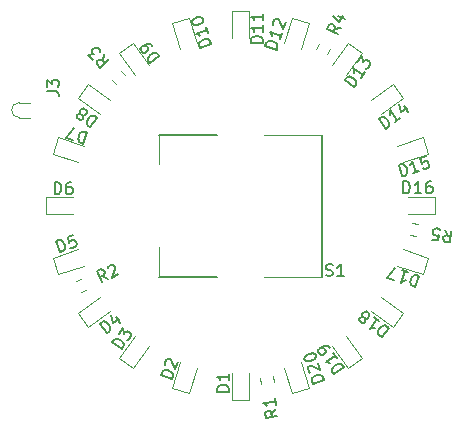
<source format=gto>
%TF.GenerationSoftware,KiCad,Pcbnew,6.0.9-8da3e8f707~116~ubuntu22.04.1*%
%TF.CreationDate,2022-11-15T19:10:22-05:00*%
%TF.ProjectId,kicad_circular_tracks_test,6b696361-645f-4636-9972-63756c61725f,rev?*%
%TF.SameCoordinates,Original*%
%TF.FileFunction,Legend,Top*%
%TF.FilePolarity,Positive*%
%FSLAX46Y46*%
G04 Gerber Fmt 4.6, Leading zero omitted, Abs format (unit mm)*
G04 Created by KiCad (PCBNEW 6.0.9-8da3e8f707~116~ubuntu22.04.1) date 2022-11-15 19:10:22*
%MOMM*%
%LPD*%
G01*
G04 APERTURE LIST*
%ADD10C,0.150000*%
%ADD11C,0.120000*%
%ADD12C,0.100000*%
G04 APERTURE END LIST*
D10*
%TO.C,D12*%
X153055004Y-86794647D02*
X152103948Y-86485630D01*
X152177523Y-86259188D01*
X152266957Y-86138038D01*
X152386964Y-86076891D01*
X152492256Y-86061033D01*
X152688125Y-86074605D01*
X152823990Y-86118751D01*
X152990428Y-86222899D01*
X153066290Y-86297618D01*
X153127437Y-86417625D01*
X153128580Y-86568205D01*
X153055004Y-86794647D01*
X153525887Y-85345418D02*
X153349306Y-85888879D01*
X153437597Y-85617149D02*
X152486540Y-85308132D01*
X152592975Y-85442854D01*
X152654122Y-85562861D01*
X152669980Y-85668153D01*
X152783129Y-84703524D02*
X152752555Y-84643521D01*
X152736697Y-84538229D01*
X152810272Y-84311787D01*
X152884991Y-84235925D01*
X152944995Y-84205352D01*
X153050286Y-84189494D01*
X153140863Y-84218924D01*
X153262013Y-84308357D01*
X153628893Y-85028399D01*
X153820189Y-84439650D01*
%TO.C,D1*%
X149022380Y-115738095D02*
X148022380Y-115738095D01*
X148022380Y-115500000D01*
X148070000Y-115357142D01*
X148165238Y-115261904D01*
X148260476Y-115214285D01*
X148450952Y-115166666D01*
X148593809Y-115166666D01*
X148784285Y-115214285D01*
X148879523Y-115261904D01*
X148974761Y-115357142D01*
X149022380Y-115500000D01*
X149022380Y-115738095D01*
X149022380Y-114214285D02*
X149022380Y-114785714D01*
X149022380Y-114500000D02*
X148022380Y-114500000D01*
X148165238Y-114595238D01*
X148260476Y-114690476D01*
X148308095Y-114785714D01*
%TO.C,D11*%
X151882380Y-86214285D02*
X150882380Y-86214285D01*
X150882380Y-85976190D01*
X150930000Y-85833333D01*
X151025238Y-85738095D01*
X151120476Y-85690476D01*
X151310952Y-85642857D01*
X151453809Y-85642857D01*
X151644285Y-85690476D01*
X151739523Y-85738095D01*
X151834761Y-85833333D01*
X151882380Y-85976190D01*
X151882380Y-86214285D01*
X151882380Y-84690476D02*
X151882380Y-85261904D01*
X151882380Y-84976190D02*
X150882380Y-84976190D01*
X151025238Y-85071428D01*
X151120476Y-85166666D01*
X151168095Y-85261904D01*
X151882380Y-83738095D02*
X151882380Y-84309523D01*
X151882380Y-84023809D02*
X150882380Y-84023809D01*
X151025238Y-84119047D01*
X151120476Y-84214285D01*
X151168095Y-84309523D01*
%TO.C,D7*%
X137017809Y-93802578D02*
X136708792Y-94753634D01*
X136482350Y-94680059D01*
X136361200Y-94590625D01*
X136300053Y-94470618D01*
X136284195Y-94365326D01*
X136297767Y-94169457D01*
X136341912Y-94033592D01*
X136446061Y-93867154D01*
X136520780Y-93791292D01*
X136640787Y-93730145D01*
X136791367Y-93729002D01*
X137017809Y-93802578D01*
X135848312Y-94474047D02*
X135214275Y-94268036D01*
X135930887Y-93449415D01*
%TO.C,D20*%
X157055474Y-114765060D02*
X156104418Y-115074077D01*
X156030842Y-114847635D01*
X156031985Y-114697055D01*
X156093132Y-114577048D01*
X156168994Y-114502329D01*
X156335432Y-114398181D01*
X156471297Y-114354035D01*
X156667166Y-114340463D01*
X156772458Y-114356322D01*
X156892465Y-114417468D01*
X156981899Y-114538618D01*
X157055474Y-114765060D01*
X155900693Y-114138879D02*
X155840689Y-114108306D01*
X155765971Y-114032444D01*
X155692395Y-113806002D01*
X155708253Y-113700710D01*
X155738827Y-113640707D01*
X155814688Y-113565988D01*
X155905265Y-113536558D01*
X156055845Y-113537701D01*
X156775887Y-113904581D01*
X156584591Y-113315831D01*
X155442238Y-113036099D02*
X155412808Y-112945522D01*
X155428667Y-112840230D01*
X155459240Y-112780227D01*
X155535102Y-112705508D01*
X155701540Y-112601360D01*
X155927982Y-112527784D01*
X156123851Y-112514212D01*
X156229143Y-112530070D01*
X156289146Y-112560644D01*
X156363865Y-112636505D01*
X156393295Y-112727082D01*
X156377437Y-112832374D01*
X156346863Y-112892378D01*
X156271002Y-112967096D01*
X156104563Y-113071245D01*
X155878121Y-113144820D01*
X155682252Y-113158392D01*
X155576961Y-113142534D01*
X155516957Y-113111961D01*
X155442238Y-113036099D01*
%TO.C,D18*%
X162543001Y-110321427D02*
X161955216Y-111130444D01*
X161762593Y-110990495D01*
X161675009Y-110868001D01*
X161653939Y-110734972D01*
X161671394Y-110629933D01*
X161744828Y-110447845D01*
X161828798Y-110332271D01*
X161979281Y-110206162D01*
X162073786Y-110157103D01*
X162206814Y-110136033D01*
X162350378Y-110181478D01*
X162543001Y-110321427D01*
X161310213Y-109425754D02*
X161772509Y-109761631D01*
X161541361Y-109593693D02*
X160953576Y-110402710D01*
X161114594Y-110343115D01*
X161247623Y-110322046D01*
X161352662Y-110339501D01*
X160512041Y-109552172D02*
X160561100Y-109646676D01*
X160571635Y-109713191D01*
X160554180Y-109818230D01*
X160526190Y-109856754D01*
X160431686Y-109905814D01*
X160365172Y-109916349D01*
X160260133Y-109898894D01*
X160106034Y-109786935D01*
X160056975Y-109692431D01*
X160046440Y-109625916D01*
X160063895Y-109520877D01*
X160091885Y-109482353D01*
X160186389Y-109433293D01*
X160252903Y-109422758D01*
X160357942Y-109440213D01*
X160512041Y-109552172D01*
X160617080Y-109569627D01*
X160683594Y-109559092D01*
X160778098Y-109510033D01*
X160890057Y-109355934D01*
X160907512Y-109250895D01*
X160896977Y-109184381D01*
X160847918Y-109089877D01*
X160693819Y-108977918D01*
X160588780Y-108960463D01*
X160522266Y-108970998D01*
X160427762Y-109020057D01*
X160315803Y-109174156D01*
X160298348Y-109279195D01*
X160308883Y-109345709D01*
X160357942Y-109440213D01*
%TO.C,D5*%
X134730081Y-103933566D02*
X134421064Y-102982510D01*
X134647506Y-102908934D01*
X134798086Y-102910077D01*
X134918093Y-102971224D01*
X134992812Y-103047086D01*
X135096960Y-103213524D01*
X135141106Y-103349390D01*
X135154678Y-103545258D01*
X135138819Y-103650550D01*
X135077673Y-103770557D01*
X134956523Y-103859991D01*
X134730081Y-103933566D01*
X135825004Y-102526342D02*
X135372120Y-102673493D01*
X135473983Y-103141092D01*
X135504556Y-103081088D01*
X135580418Y-103006370D01*
X135806860Y-102932794D01*
X135912152Y-102948653D01*
X135972155Y-102979226D01*
X136046874Y-103055088D01*
X136120449Y-103281530D01*
X136104591Y-103386822D01*
X136074018Y-103446825D01*
X135998156Y-103521544D01*
X135771714Y-103595119D01*
X135666422Y-103579261D01*
X135606419Y-103548688D01*
%TO.C,D17*%
X165118600Y-105940260D02*
X164809583Y-106891316D01*
X164583141Y-106817741D01*
X164461991Y-106728307D01*
X164400844Y-106608300D01*
X164384986Y-106503008D01*
X164398558Y-106307139D01*
X164442704Y-106171274D01*
X164546852Y-106004836D01*
X164621571Y-105928974D01*
X164741578Y-105867827D01*
X164892158Y-105866684D01*
X165118600Y-105940260D01*
X163669371Y-105469377D02*
X164212832Y-105645958D01*
X163941102Y-105557667D02*
X163632085Y-106508724D01*
X163766807Y-106402289D01*
X163886814Y-106341142D01*
X163992106Y-106325284D01*
X163043335Y-106317427D02*
X162409298Y-106111416D01*
X163125910Y-105292795D01*
%TO.C,D19*%
X158739607Y-113692261D02*
X157930590Y-114280047D01*
X157790641Y-114087424D01*
X157745196Y-113943860D01*
X157766266Y-113810831D01*
X157815325Y-113716327D01*
X157941434Y-113565843D01*
X158057008Y-113481874D01*
X158239096Y-113408439D01*
X158344135Y-113390985D01*
X158477164Y-113412054D01*
X158599658Y-113499638D01*
X158739607Y-113692261D01*
X157843934Y-112459474D02*
X158179811Y-112921769D01*
X158011872Y-112690621D02*
X157202855Y-113278407D01*
X157374409Y-113271487D01*
X157507438Y-113292556D01*
X157601942Y-113341616D01*
X157564036Y-112074227D02*
X157452077Y-111920129D01*
X157357573Y-111871069D01*
X157291058Y-111860535D01*
X157119505Y-111867455D01*
X156937417Y-111940889D01*
X156629220Y-112164807D01*
X156580160Y-112259312D01*
X156569626Y-112325826D01*
X156587080Y-112430865D01*
X156699040Y-112584963D01*
X156793544Y-112634023D01*
X156860058Y-112644558D01*
X156965097Y-112627103D01*
X157157720Y-112487154D01*
X157206780Y-112392650D01*
X157217315Y-112326135D01*
X157199860Y-112221096D01*
X157087901Y-112066998D01*
X156993396Y-112017938D01*
X156926882Y-112007404D01*
X156821843Y-112024859D01*
%TO.C,R2*%
X138790133Y-106230432D02*
X138286783Y-105939730D01*
X138272242Y-106471928D02*
X137849624Y-105565621D01*
X138194884Y-105404623D01*
X138301324Y-105407531D01*
X138364606Y-105430564D01*
X138448013Y-105496755D01*
X138508387Y-105626227D01*
X138505479Y-105732667D01*
X138482446Y-105795949D01*
X138416256Y-105879356D01*
X138070996Y-106040353D01*
X138753024Y-105249442D02*
X138776057Y-105186160D01*
X138842247Y-105102753D01*
X139058035Y-105002130D01*
X139164474Y-105005038D01*
X139227757Y-105028071D01*
X139311163Y-105094261D01*
X139351413Y-105180576D01*
X139368629Y-105330173D01*
X139092235Y-106089560D01*
X139653283Y-105827939D01*
%TO.C,D9*%
X143139940Y-87355440D02*
X142330923Y-87943225D01*
X142190974Y-87750602D01*
X142145529Y-87607039D01*
X142166599Y-87474010D01*
X142215658Y-87379506D01*
X142341767Y-87229022D01*
X142457341Y-87145053D01*
X142639429Y-87071618D01*
X142744468Y-87054163D01*
X142877497Y-87075233D01*
X142999991Y-87162817D01*
X143139940Y-87355440D01*
X142524165Y-86507899D02*
X142412206Y-86353800D01*
X142317702Y-86304741D01*
X142251187Y-86294206D01*
X142079634Y-86301126D01*
X141897546Y-86374560D01*
X141589349Y-86598479D01*
X141540289Y-86692983D01*
X141529754Y-86759497D01*
X141547209Y-86864536D01*
X141659168Y-87018635D01*
X141753672Y-87067694D01*
X141820187Y-87078229D01*
X141925226Y-87060774D01*
X142117849Y-86920825D01*
X142166908Y-86826321D01*
X142177443Y-86759807D01*
X142159988Y-86654768D01*
X142048029Y-86500669D01*
X141953525Y-86451610D01*
X141887011Y-86441075D01*
X141781972Y-86458530D01*
%TO.C,R1*%
X153033098Y-117249941D02*
X152614915Y-117653663D01*
X153122489Y-117814335D02*
X152134801Y-117970769D01*
X152075207Y-117594507D01*
X152107341Y-117492992D01*
X152146925Y-117438510D01*
X152233541Y-117376579D01*
X152374639Y-117354231D01*
X152476154Y-117386365D01*
X152530636Y-117425949D01*
X152592568Y-117512565D01*
X152652162Y-117888827D01*
X152884113Y-116309286D02*
X152973504Y-116873679D01*
X152928809Y-116591482D02*
X151941120Y-116747917D01*
X152097117Y-116819635D01*
X152206081Y-116898802D01*
X152268013Y-116985418D01*
%TO.C,D15*%
X163692680Y-97530230D02*
X163383663Y-96579174D01*
X163610105Y-96505598D01*
X163760685Y-96506741D01*
X163880692Y-96567888D01*
X163955411Y-96643750D01*
X164059559Y-96810188D01*
X164103705Y-96946053D01*
X164117277Y-97141922D01*
X164101418Y-97247214D01*
X164040272Y-97367221D01*
X163919122Y-97456655D01*
X163692680Y-97530230D01*
X165141909Y-97059347D02*
X164598448Y-97235928D01*
X164870178Y-97147638D02*
X164561161Y-96196581D01*
X164514730Y-96361877D01*
X164453583Y-96481884D01*
X164377721Y-96556602D01*
X165693371Y-95828704D02*
X165240487Y-95975855D01*
X165342350Y-96443454D01*
X165372923Y-96383451D01*
X165448785Y-96308732D01*
X165675227Y-96235156D01*
X165780519Y-96251015D01*
X165840522Y-96281588D01*
X165915241Y-96357450D01*
X165988816Y-96583892D01*
X165972958Y-96689184D01*
X165942385Y-96749187D01*
X165866523Y-96823906D01*
X165640081Y-96897481D01*
X165534789Y-96881623D01*
X165474786Y-96851050D01*
%TO.C,J3*%
X133635380Y-90333333D02*
X134349666Y-90333333D01*
X134492523Y-90380952D01*
X134587761Y-90476190D01*
X134635380Y-90619047D01*
X134635380Y-90714285D01*
X133635380Y-89952380D02*
X133635380Y-89333333D01*
X134016333Y-89666666D01*
X134016333Y-89523809D01*
X134063952Y-89428571D01*
X134111571Y-89380952D01*
X134206809Y-89333333D01*
X134444904Y-89333333D01*
X134540142Y-89380952D01*
X134587761Y-89428571D01*
X134635380Y-89523809D01*
X134635380Y-89809523D01*
X134587761Y-89904761D01*
X134540142Y-89952380D01*
%TO.C,D8*%
X137863034Y-92567857D02*
X137275249Y-93376874D01*
X137082626Y-93236925D01*
X136995042Y-93114431D01*
X136973972Y-92981403D01*
X136991427Y-92876364D01*
X137064861Y-92694275D01*
X137148831Y-92578701D01*
X137299314Y-92452593D01*
X137393818Y-92403533D01*
X137526847Y-92382464D01*
X137670411Y-92427908D01*
X137863034Y-92567857D01*
X136602566Y-92358398D02*
X136651625Y-92452902D01*
X136662160Y-92519417D01*
X136644705Y-92624456D01*
X136616715Y-92662980D01*
X136522211Y-92712040D01*
X136455697Y-92722574D01*
X136350658Y-92705120D01*
X136196559Y-92593160D01*
X136147500Y-92498656D01*
X136136965Y-92432142D01*
X136154420Y-92327103D01*
X136182410Y-92288578D01*
X136276914Y-92239519D01*
X136343428Y-92228984D01*
X136448467Y-92246439D01*
X136602566Y-92358398D01*
X136707605Y-92375853D01*
X136774119Y-92365318D01*
X136868623Y-92316259D01*
X136980582Y-92162160D01*
X136998037Y-92057121D01*
X136987503Y-91990607D01*
X136938443Y-91896103D01*
X136784345Y-91784143D01*
X136679306Y-91766689D01*
X136612791Y-91777223D01*
X136518287Y-91826283D01*
X136406328Y-91980381D01*
X136388873Y-92085420D01*
X136399408Y-92151935D01*
X136448467Y-92246439D01*
%TO.C,R5*%
X167294576Y-102027753D02*
X167549313Y-102550225D01*
X167858970Y-102117144D02*
X167702535Y-103104832D01*
X167326273Y-103045238D01*
X167239657Y-102983307D01*
X167200073Y-102928825D01*
X167167939Y-102827310D01*
X167190287Y-102686211D01*
X167252218Y-102599595D01*
X167306700Y-102560012D01*
X167408215Y-102527877D01*
X167784477Y-102587471D01*
X166244519Y-102873905D02*
X166714847Y-102948398D01*
X166836372Y-102485519D01*
X166781890Y-102525103D01*
X166680375Y-102557237D01*
X166445211Y-102519990D01*
X166358595Y-102458059D01*
X166319012Y-102403577D01*
X166286877Y-102302062D01*
X166324124Y-102066898D01*
X166386055Y-101980282D01*
X166440537Y-101940699D01*
X166542052Y-101908564D01*
X166777216Y-101945811D01*
X166863832Y-102007742D01*
X166903415Y-102062224D01*
%TO.C,D6*%
X134261904Y-99022380D02*
X134261904Y-98022380D01*
X134500000Y-98022380D01*
X134642857Y-98070000D01*
X134738095Y-98165238D01*
X134785714Y-98260476D01*
X134833333Y-98450952D01*
X134833333Y-98593809D01*
X134785714Y-98784285D01*
X134738095Y-98879523D01*
X134642857Y-98974761D01*
X134500000Y-99022380D01*
X134261904Y-99022380D01*
X135690476Y-98022380D02*
X135500000Y-98022380D01*
X135404761Y-98070000D01*
X135357142Y-98117619D01*
X135261904Y-98260476D01*
X135214285Y-98450952D01*
X135214285Y-98831904D01*
X135261904Y-98927142D01*
X135309523Y-98974761D01*
X135404761Y-99022380D01*
X135595238Y-99022380D01*
X135690476Y-98974761D01*
X135738095Y-98927142D01*
X135785714Y-98831904D01*
X135785714Y-98593809D01*
X135738095Y-98498571D01*
X135690476Y-98450952D01*
X135595238Y-98403333D01*
X135404761Y-98403333D01*
X135309523Y-98450952D01*
X135261904Y-98498571D01*
X135214285Y-98593809D01*
%TO.C,D2*%
X144206889Y-114665716D02*
X143255833Y-114356699D01*
X143329408Y-114130257D01*
X143418842Y-114009107D01*
X143538849Y-113947960D01*
X143644141Y-113932102D01*
X143840010Y-113945674D01*
X143975875Y-113989819D01*
X144142313Y-114093968D01*
X144218175Y-114168687D01*
X144279322Y-114288694D01*
X144280465Y-114439274D01*
X144206889Y-114665716D01*
X143640712Y-113480361D02*
X143610138Y-113420358D01*
X143594280Y-113315066D01*
X143667856Y-113088624D01*
X143742574Y-113012762D01*
X143802578Y-112982189D01*
X143907870Y-112966331D01*
X143998446Y-112995761D01*
X144119596Y-113085194D01*
X144486476Y-113805236D01*
X144677772Y-113216487D01*
%TO.C,D14*%
X162283525Y-93479723D02*
X161695739Y-92670706D01*
X161888362Y-92530757D01*
X162031926Y-92485312D01*
X162164955Y-92506382D01*
X162259459Y-92555441D01*
X162409943Y-92681550D01*
X162493912Y-92797124D01*
X162567347Y-92979212D01*
X162584801Y-93084251D01*
X162563732Y-93217280D01*
X162476148Y-93339774D01*
X162283525Y-93479723D01*
X163516312Y-92584050D02*
X163054017Y-92919927D01*
X163285165Y-92751988D02*
X162697379Y-91942971D01*
X162704299Y-92114525D01*
X162683230Y-92247554D01*
X162634170Y-92342058D01*
X163817899Y-91540889D02*
X164209756Y-92080234D01*
X163401357Y-91372641D02*
X163628581Y-92090459D01*
X164129401Y-91726592D01*
%TO.C,R4*%
X158490706Y-84974966D02*
X157915087Y-85055782D01*
X158231283Y-85484113D02*
X157340276Y-85030122D01*
X157513225Y-84690691D01*
X157598891Y-84627452D01*
X157662938Y-84606642D01*
X157769415Y-84607450D01*
X157896701Y-84672306D01*
X157959941Y-84757972D01*
X157980751Y-84822019D01*
X157979943Y-84928496D01*
X157806994Y-85267927D01*
X158285836Y-83908586D02*
X158879841Y-84211246D01*
X157838312Y-83947782D02*
X158366652Y-84484205D01*
X158647694Y-83932630D01*
%TO.C,D3*%
X139958469Y-112157755D02*
X139149452Y-111569970D01*
X139289401Y-111377347D01*
X139411895Y-111289763D01*
X139544923Y-111268693D01*
X139649962Y-111286148D01*
X139832051Y-111359582D01*
X139947625Y-111443552D01*
X140073733Y-111594035D01*
X140122793Y-111688539D01*
X140143862Y-111821568D01*
X140098418Y-111965132D01*
X139958469Y-112157755D01*
X139681258Y-110838002D02*
X140045125Y-110337182D01*
X140157393Y-110830772D01*
X140241363Y-110715199D01*
X140335867Y-110666139D01*
X140402381Y-110655604D01*
X140507420Y-110673059D01*
X140700043Y-110813008D01*
X140749103Y-110907512D01*
X140759637Y-110974027D01*
X140742183Y-111079066D01*
X140574244Y-111310213D01*
X140479740Y-111359273D01*
X140413225Y-111369808D01*
%TO.C,R3*%
X138439133Y-87200375D02*
X138338118Y-87772795D01*
X138843194Y-87604436D02*
X138136088Y-88311543D01*
X137866713Y-88042169D01*
X137833042Y-87941154D01*
X137833042Y-87873810D01*
X137866713Y-87772795D01*
X137967729Y-87671780D01*
X138068744Y-87638108D01*
X138136088Y-87638108D01*
X138237103Y-87671780D01*
X138506477Y-87941154D01*
X137496324Y-87671780D02*
X137058591Y-87234047D01*
X137563668Y-87200375D01*
X137462652Y-87099360D01*
X137428981Y-86998344D01*
X137428981Y-86931001D01*
X137462652Y-86829986D01*
X137631011Y-86661627D01*
X137732026Y-86627955D01*
X137799370Y-86627955D01*
X137900385Y-86661627D01*
X138102416Y-86863657D01*
X138136088Y-86964673D01*
X138136088Y-87032016D01*
%TO.C,D16*%
X163785714Y-98952380D02*
X163785714Y-97952380D01*
X164023809Y-97952380D01*
X164166666Y-98000000D01*
X164261904Y-98095238D01*
X164309523Y-98190476D01*
X164357142Y-98380952D01*
X164357142Y-98523809D01*
X164309523Y-98714285D01*
X164261904Y-98809523D01*
X164166666Y-98904761D01*
X164023809Y-98952380D01*
X163785714Y-98952380D01*
X165309523Y-98952380D02*
X164738095Y-98952380D01*
X165023809Y-98952380D02*
X165023809Y-97952380D01*
X164928571Y-98095238D01*
X164833333Y-98190476D01*
X164738095Y-98238095D01*
X166166666Y-97952380D02*
X165976190Y-97952380D01*
X165880952Y-98000000D01*
X165833333Y-98047619D01*
X165738095Y-98190476D01*
X165690476Y-98380952D01*
X165690476Y-98761904D01*
X165738095Y-98857142D01*
X165785714Y-98904761D01*
X165880952Y-98952380D01*
X166071428Y-98952380D01*
X166166666Y-98904761D01*
X166214285Y-98857142D01*
X166261904Y-98761904D01*
X166261904Y-98523809D01*
X166214285Y-98428571D01*
X166166666Y-98380952D01*
X166071428Y-98333333D01*
X165880952Y-98333333D01*
X165785714Y-98380952D01*
X165738095Y-98428571D01*
X165690476Y-98523809D01*
%TO.C,D4*%
X138668771Y-110799825D02*
X138080986Y-109990808D01*
X138273609Y-109850859D01*
X138417172Y-109805414D01*
X138550201Y-109826484D01*
X138644705Y-109875543D01*
X138795189Y-110001652D01*
X138879158Y-110117226D01*
X138952593Y-110299314D01*
X138970048Y-110404353D01*
X138948978Y-110537382D01*
X138861394Y-110659876D01*
X138668771Y-110799825D01*
X139432652Y-109420787D02*
X139824509Y-109960132D01*
X139016111Y-109252539D02*
X139243335Y-109970357D01*
X139744155Y-109606490D01*
%TO.C,D10*%
X147530230Y-86307318D02*
X146579174Y-86616335D01*
X146505598Y-86389893D01*
X146506741Y-86239313D01*
X146567888Y-86119306D01*
X146643750Y-86044587D01*
X146810188Y-85940439D01*
X146946053Y-85896293D01*
X147141922Y-85882721D01*
X147247214Y-85898580D01*
X147367221Y-85959726D01*
X147456655Y-86080876D01*
X147530230Y-86307318D01*
X147059347Y-84858089D02*
X147235928Y-85401550D01*
X147147638Y-85129820D02*
X146196581Y-85438837D01*
X146361877Y-85485268D01*
X146481884Y-85546415D01*
X146556602Y-85622277D01*
X145916994Y-84578357D02*
X145887564Y-84487780D01*
X145903423Y-84382488D01*
X145933996Y-84322485D01*
X146009858Y-84247766D01*
X146176296Y-84143618D01*
X146402738Y-84070042D01*
X146598607Y-84056470D01*
X146703899Y-84072328D01*
X146763902Y-84102902D01*
X146838621Y-84178763D01*
X146868051Y-84269340D01*
X146852193Y-84374632D01*
X146821619Y-84434636D01*
X146745758Y-84509354D01*
X146579319Y-84613503D01*
X146352877Y-84687078D01*
X146157008Y-84700650D01*
X146051717Y-84684792D01*
X145991713Y-84654219D01*
X145916994Y-84578357D01*
%TO.C,D13*%
X159625916Y-89953558D02*
X158816899Y-89365773D01*
X158956848Y-89173150D01*
X159079342Y-89085566D01*
X159212371Y-89064496D01*
X159317410Y-89081951D01*
X159499498Y-89155385D01*
X159615072Y-89239355D01*
X159741181Y-89389838D01*
X159790240Y-89484343D01*
X159811310Y-89617371D01*
X159765865Y-89760935D01*
X159625916Y-89953558D01*
X160521589Y-88720770D02*
X160185712Y-89183066D01*
X160353650Y-88951918D02*
X159544633Y-88364133D01*
X159604228Y-88525151D01*
X159625297Y-88658180D01*
X159607842Y-88763219D01*
X159908500Y-87863313D02*
X160272367Y-87362493D01*
X160384636Y-87856083D01*
X160468605Y-87740509D01*
X160563109Y-87691450D01*
X160629624Y-87680915D01*
X160734663Y-87698370D01*
X160927286Y-87838319D01*
X160976345Y-87932823D01*
X160986880Y-87999337D01*
X160969425Y-88104376D01*
X160801487Y-88335524D01*
X160706982Y-88384584D01*
X160640468Y-88395118D01*
%TO.C,S1*%
X157238095Y-105904761D02*
X157380952Y-105952380D01*
X157619047Y-105952380D01*
X157714285Y-105904761D01*
X157761904Y-105857142D01*
X157809523Y-105761904D01*
X157809523Y-105666666D01*
X157761904Y-105571428D01*
X157714285Y-105523809D01*
X157619047Y-105476190D01*
X157428571Y-105428571D01*
X157333333Y-105380952D01*
X157285714Y-105333333D01*
X157238095Y-105238095D01*
X157238095Y-105142857D01*
X157285714Y-105047619D01*
X157333333Y-105000000D01*
X157428571Y-104952380D01*
X157666666Y-104952380D01*
X157809523Y-105000000D01*
X158761904Y-105952380D02*
X158190476Y-105952380D01*
X158476190Y-105952380D02*
X158476190Y-104952380D01*
X158380952Y-105095238D01*
X158285714Y-105190476D01*
X158190476Y-105238095D01*
D11*
%TO.C,D12*%
X155087067Y-86722125D02*
X155793171Y-84548961D01*
X154395118Y-84094706D02*
X153689014Y-86267870D01*
X155793171Y-84548961D02*
X154395118Y-84094706D01*
%TO.C,D1*%
X149265000Y-116485000D02*
X150735000Y-116485000D01*
X150735000Y-116485000D02*
X150735000Y-114200000D01*
X149265000Y-114200000D02*
X149265000Y-116485000D01*
%TO.C,D11*%
X150735000Y-83515000D02*
X149265000Y-83515000D01*
X149265000Y-83515000D02*
X149265000Y-85800000D01*
X150735000Y-85800000D02*
X150735000Y-83515000D01*
%TO.C,D7*%
X136722125Y-94912932D02*
X134548961Y-94206828D01*
X134548961Y-94206828D02*
X134094706Y-95604881D01*
X134094706Y-95604881D02*
X136267870Y-96310985D01*
%TO.C,D20*%
X153689014Y-113732129D02*
X154395118Y-115905293D01*
X154395118Y-115905293D02*
X155793171Y-115451038D01*
X155793171Y-115451038D02*
X155087067Y-113277874D01*
%TO.C,D18*%
X162904622Y-110284267D02*
X163768666Y-109095012D01*
X161056018Y-108941177D02*
X162904622Y-110284267D01*
X163768666Y-109095012D02*
X161920063Y-107751922D01*
%TO.C,D5*%
X134548961Y-105793171D02*
X136722125Y-105087067D01*
X136267870Y-103689014D02*
X134094706Y-104395118D01*
X134094706Y-104395118D02*
X134548961Y-105793171D01*
%TO.C,D17*%
X165451038Y-105793171D02*
X165905293Y-104395118D01*
X163277874Y-105087067D02*
X165451038Y-105793171D01*
X165905293Y-104395118D02*
X163732129Y-103689014D01*
%TO.C,D19*%
X160284267Y-112904622D02*
X158941177Y-111056018D01*
X157751922Y-111920063D02*
X159095012Y-113768666D01*
X159095012Y-113768666D02*
X160284267Y-112904622D01*
%TO.C,R2*%
X136061857Y-106376724D02*
X136491915Y-106176185D01*
X136503493Y-107323815D02*
X136933551Y-107123276D01*
%TO.C,D9*%
X142248077Y-88079936D02*
X140904987Y-86231333D01*
X139715732Y-87095377D02*
X141058822Y-88943981D01*
X140904987Y-86231333D02*
X139715732Y-87095377D01*
%TO.C,R1*%
X151771048Y-115066074D02*
X151696818Y-114597400D01*
X152803182Y-114902600D02*
X152728952Y-114433926D01*
%TO.C,D15*%
X165451038Y-94206828D02*
X163277874Y-94912932D01*
X165905293Y-95604881D02*
X165451038Y-94206828D01*
X163732129Y-96310985D02*
X165905293Y-95604881D01*
D12*
%TO.C,J3*%
X131262000Y-92540000D02*
X132151000Y-92540000D01*
X131262000Y-91270000D02*
X132151000Y-91270000D01*
X131262000Y-91270000D02*
G75*
G03*
X131262000Y-92540000I0J-635000D01*
G01*
D11*
%TO.C,D8*%
X136231333Y-90904987D02*
X138079936Y-92248077D01*
X138943981Y-91058822D02*
X137095377Y-89715732D01*
X137095377Y-89715732D02*
X136231333Y-90904987D01*
%TO.C,R5*%
X164827600Y-102553182D02*
X164358926Y-102478952D01*
X164991074Y-101521048D02*
X164522400Y-101446818D01*
%TO.C,D6*%
X133515000Y-100735000D02*
X135800000Y-100735000D01*
X133515000Y-99265000D02*
X133515000Y-100735000D01*
X135800000Y-99265000D02*
X133515000Y-99265000D01*
%TO.C,D2*%
X144912932Y-113277874D02*
X144206828Y-115451038D01*
X144206828Y-115451038D02*
X145604881Y-115905293D01*
X145604881Y-115905293D02*
X146310985Y-113732129D01*
%TO.C,D14*%
X162904622Y-89715732D02*
X161056018Y-91058822D01*
X163768666Y-90904987D02*
X162904622Y-89715732D01*
X161920063Y-92248077D02*
X163768666Y-90904987D01*
%TO.C,R4*%
X157573264Y-86775812D02*
X157357838Y-87198608D01*
X156642162Y-86301392D02*
X156426736Y-86724188D01*
%TO.C,D3*%
X140904987Y-113768666D02*
X142248077Y-111920063D01*
X139715732Y-112904622D02*
X140904987Y-113768666D01*
X141058822Y-111056018D02*
X139715732Y-112904622D01*
%TO.C,R3*%
X139129407Y-89368334D02*
X139464940Y-89703867D01*
X139868334Y-88629407D02*
X140203867Y-88964940D01*
%TO.C,D16*%
X166485000Y-99265000D02*
X164200000Y-99265000D01*
X164200000Y-100735000D02*
X166485000Y-100735000D01*
X166485000Y-100735000D02*
X166485000Y-99265000D01*
%TO.C,D4*%
X138079936Y-107751922D02*
X136231333Y-109095012D01*
X136231333Y-109095012D02*
X137095377Y-110284267D01*
X137095377Y-110284267D02*
X138943981Y-108941177D01*
%TO.C,D10*%
X144206828Y-84548961D02*
X144912932Y-86722125D01*
X146310985Y-86267870D02*
X145604881Y-84094706D01*
X145604881Y-84094706D02*
X144206828Y-84548961D01*
%TO.C,D13*%
X158941177Y-88943981D02*
X160284267Y-87095377D01*
X160284267Y-87095377D02*
X159095012Y-86231333D01*
X159095012Y-86231333D02*
X157751922Y-88079936D01*
D10*
%TO.C,S1*%
X148000000Y-106000000D02*
X143100000Y-106000000D01*
D11*
X143100000Y-106000000D02*
X143100000Y-103500000D01*
X156900000Y-106000000D02*
X152000000Y-106000000D01*
X143100000Y-94000000D02*
X143100000Y-96500000D01*
D10*
X143100000Y-94000000D02*
X148000000Y-94000000D01*
D11*
X156900000Y-94000000D02*
X152000000Y-94000000D01*
D10*
X156900000Y-94000000D02*
X156900000Y-106000000D01*
%TD*%
M02*

</source>
